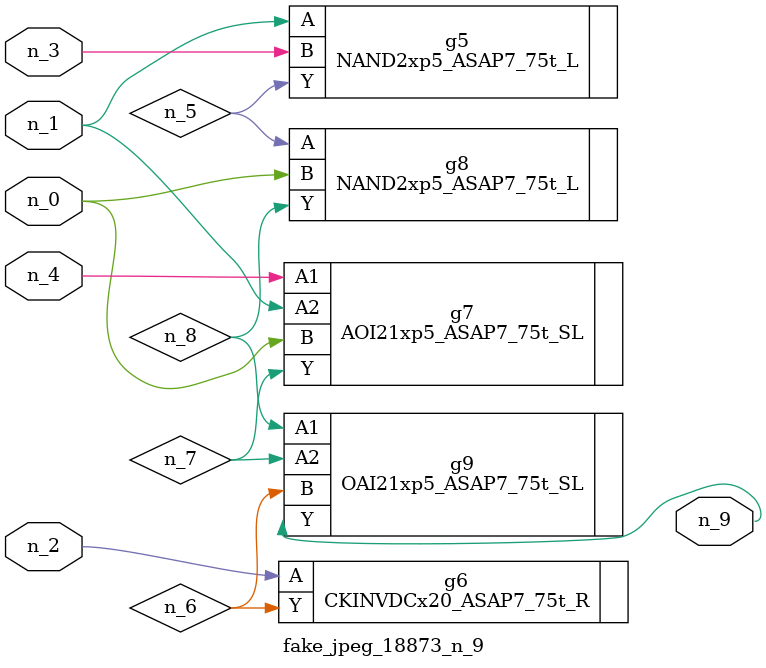
<source format=v>
module fake_jpeg_18873_n_9 (n_3, n_2, n_1, n_0, n_4, n_9);

input n_3;
input n_2;
input n_1;
input n_0;
input n_4;

output n_9;

wire n_8;
wire n_6;
wire n_5;
wire n_7;

NAND2xp5_ASAP7_75t_L g5 ( 
.A(n_1),
.B(n_3),
.Y(n_5)
);

CKINVDCx20_ASAP7_75t_R g6 ( 
.A(n_2),
.Y(n_6)
);

AOI21xp5_ASAP7_75t_SL g7 ( 
.A1(n_4),
.A2(n_1),
.B(n_0),
.Y(n_7)
);

NAND2xp5_ASAP7_75t_L g8 ( 
.A(n_5),
.B(n_0),
.Y(n_8)
);

OAI21xp5_ASAP7_75t_SL g9 ( 
.A1(n_8),
.A2(n_7),
.B(n_6),
.Y(n_9)
);


endmodule
</source>
